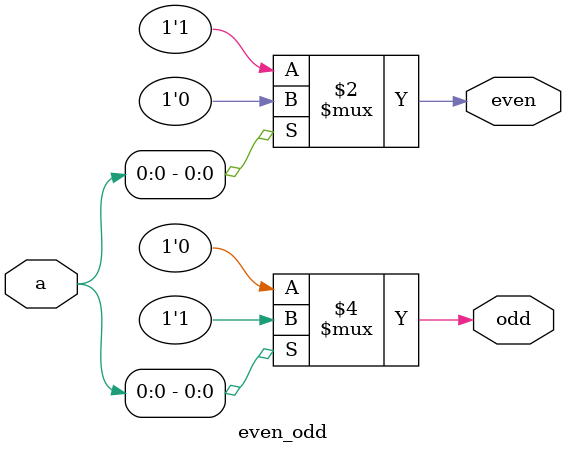
<source format=v>
module even_odd( 
    input [3:0] a, 
    output even,odd 
    ); 
assign even = (a[0] == 1'b0) ? 1'b1 : 1'b0; 
assign odd = (a[0] == 1'b1) ? 1'b1 : 1'b0; 
endmodule 

</source>
